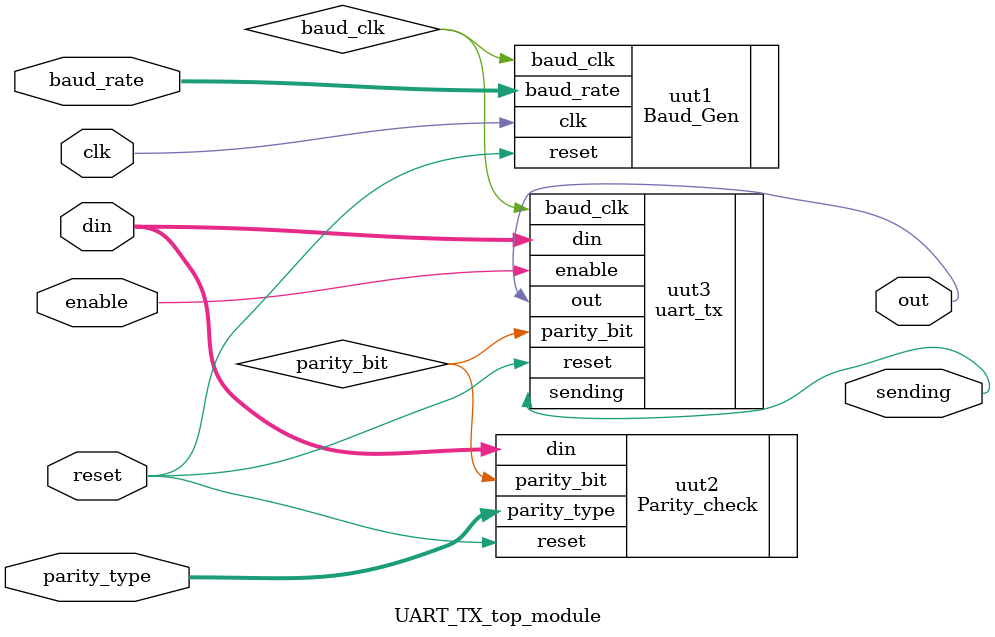
<source format=v>
`timescale 1ns / 1ps


module UART_TX_top_module(  input wire reset,
                            input wire clk,
                            input wire [1:0] baud_rate,
                            input wire [7:0] din,
                            input wire [1:0] parity_type,
                            input wire enable,
                            output wire sending,
                            output wire out);
    
    // Internal signal declarations
    wire baud_clk;
    wire parity_bit;
                            
    
    Baud_Gen uut1 (
                    .reset(reset),
                    .clk(clk),
                    .baud_rate(baud_rate),
                    .baud_clk(baud_clk)
                  ); 
                  
                  
    Parity_check uut2 (
                        .reset(reset),
                        .din(din),
                        .parity_type(parity_type),
                        .parity_bit(parity_bit)                           
                      );    
    
    
    uart_tx uut3 (
                    .baud_clk(baud_clk),
                    .din(din),
                    .enable(enable),
                    .reset(reset),
                    .sending(sending),
                    .out(out),
                    .parity_bit(parity_bit)                   
                 );        
endmodule

</source>
